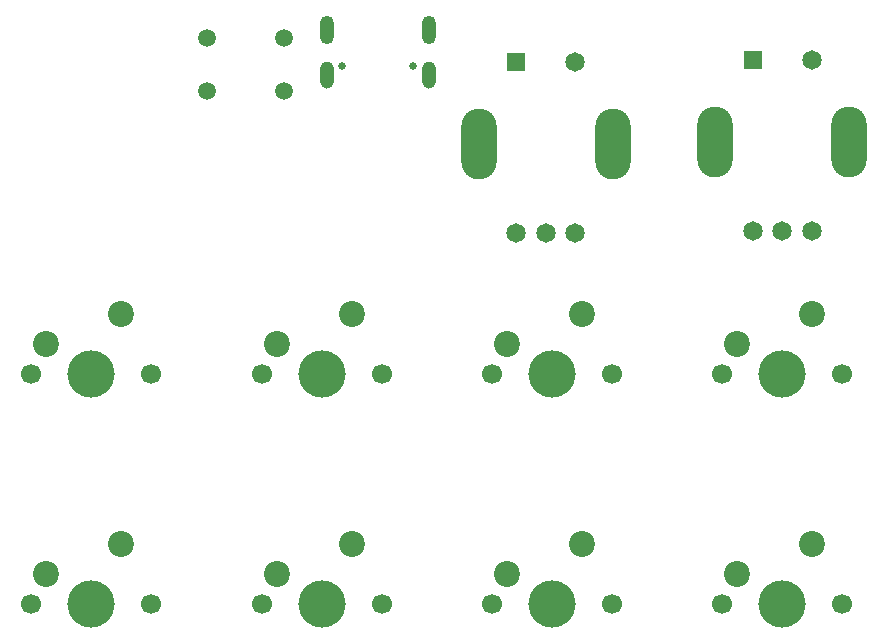
<source format=gbr>
%TF.GenerationSoftware,KiCad,Pcbnew,(5.1.9-0-10_14)*%
%TF.CreationDate,2021-03-10T20:57:34-07:00*%
%TF.ProjectId,macropad,6d616372-6f70-4616-942e-6b696361645f,rev?*%
%TF.SameCoordinates,Original*%
%TF.FileFunction,Soldermask,Bot*%
%TF.FilePolarity,Negative*%
%FSLAX46Y46*%
G04 Gerber Fmt 4.6, Leading zero omitted, Abs format (unit mm)*
G04 Created by KiCad (PCBNEW (5.1.9-0-10_14)) date 2021-03-10 20:57:34*
%MOMM*%
%LPD*%
G01*
G04 APERTURE LIST*
%ADD10C,1.700000*%
%ADD11C,4.000000*%
%ADD12C,2.200000*%
%ADD13C,1.498000*%
%ADD14O,1.200000X2.400000*%
%ADD15O,1.158000X2.316000*%
%ADD16C,0.630000*%
%ADD17C,0.600000*%
%ADD18O,3.000000X6.000000*%
%ADD19C,1.650000*%
%ADD20R,1.650000X1.650000*%
G04 APERTURE END LIST*
D10*
%TO.C,SW6*%
X154040000Y-106080000D03*
X143880000Y-106080000D03*
D11*
X148960000Y-106080000D03*
D12*
X145150000Y-103540000D03*
X151500000Y-101000000D03*
%TD*%
D13*
%TO.C,SW1*%
X145745000Y-62655000D03*
X139245000Y-62655000D03*
X145745000Y-58155000D03*
X139245000Y-58155000D03*
%TD*%
D14*
%TO.C,J1*%
X149405000Y-57455000D03*
X158045000Y-57455000D03*
D15*
X149405000Y-61280000D03*
X158045000Y-61280000D03*
D16*
X156725000Y-60555000D03*
X150725000Y-60555000D03*
D17*
X150725000Y-60555000D03*
%TD*%
D10*
%TO.C,SW10*%
X193040000Y-106080000D03*
X182880000Y-106080000D03*
D11*
X187960000Y-106080000D03*
D12*
X184150000Y-103540000D03*
X190500000Y-101000000D03*
%TD*%
D10*
%TO.C,SW9*%
X193040000Y-86580000D03*
X182880000Y-86580000D03*
D11*
X187960000Y-86580000D03*
D12*
X184150000Y-84040000D03*
X190500000Y-81500000D03*
%TD*%
D10*
%TO.C,SW8*%
X173540000Y-106080000D03*
X163380000Y-106080000D03*
D11*
X168460000Y-106080000D03*
D12*
X164650000Y-103540000D03*
X171000000Y-101000000D03*
%TD*%
D10*
%TO.C,SW7*%
X173540000Y-86580000D03*
X163380000Y-86580000D03*
D11*
X168460000Y-86580000D03*
D12*
X164650000Y-84040000D03*
X171000000Y-81500000D03*
%TD*%
D10*
%TO.C,SW5*%
X154040000Y-86580000D03*
X143880000Y-86580000D03*
D11*
X148960000Y-86580000D03*
D12*
X145150000Y-84040000D03*
X151500000Y-81500000D03*
%TD*%
D10*
%TO.C,SW3*%
X134540000Y-106080000D03*
X124380000Y-106080000D03*
D11*
X129460000Y-106080000D03*
D12*
X125650000Y-103540000D03*
X132000000Y-101000000D03*
%TD*%
D10*
%TO.C,SW2*%
X134540000Y-86580000D03*
X124380000Y-86580000D03*
D11*
X129460000Y-86580000D03*
D12*
X125650000Y-84040000D03*
X132000000Y-81500000D03*
%TD*%
D18*
%TO.C,MT2*%
X193660000Y-67000000D03*
X182260000Y-67000000D03*
D19*
X190460000Y-74500000D03*
X187960000Y-74500000D03*
X185460000Y-74500000D03*
X190460000Y-60000000D03*
D20*
X185460000Y-60000000D03*
%TD*%
D18*
%TO.C,MT1*%
X173660000Y-67150000D03*
X162260000Y-67150000D03*
D19*
X170460000Y-74650000D03*
X167960000Y-74650000D03*
X165460000Y-74650000D03*
X170460000Y-60150000D03*
D20*
X165460000Y-60150000D03*
%TD*%
M02*

</source>
